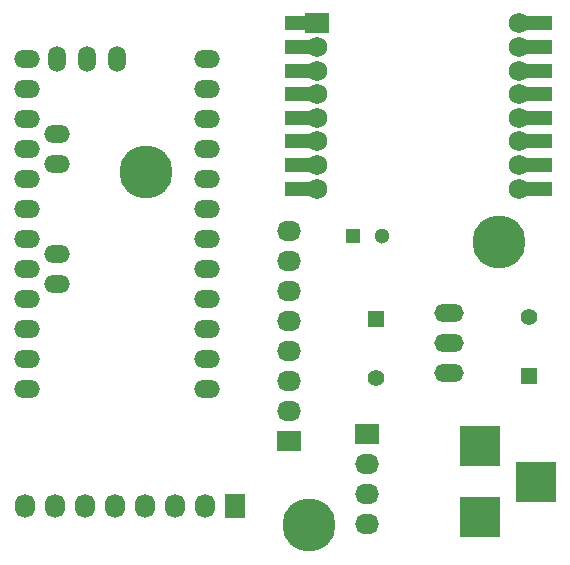
<source format=gts>
G04 #@! TF.FileFunction,Soldermask,Top*
%FSLAX46Y46*%
G04 Gerber Fmt 4.6, Leading zero omitted, Abs format (unit mm)*
G04 Created by KiCad (PCBNEW 4.0.4+e1-6308~48~ubuntu16.04.1-stable) date Wed Nov 16 10:49:13 2016*
%MOMM*%
%LPD*%
G01*
G04 APERTURE LIST*
%ADD10C,0.100000*%
%ADD11R,3.000000X1.200000*%
%ADD12R,2.000000X1.727200*%
%ADD13C,1.727200*%
%ADD14R,1.400000X1.400000*%
%ADD15C,1.400000*%
%ADD16R,1.300000X1.300000*%
%ADD17C,1.300000*%
%ADD18O,2.199640X1.501140*%
%ADD19O,1.501140X2.199640*%
%ADD20R,2.032000X1.727200*%
%ADD21O,2.032000X1.727200*%
%ADD22R,1.727200X2.032000*%
%ADD23O,1.727200X2.032000*%
%ADD24O,2.499360X1.501140*%
%ADD25C,4.500880*%
%ADD26R,3.500120X3.500120*%
G04 APERTURE END LIST*
D10*
D11*
X113700000Y-87500000D03*
X113700000Y-89500000D03*
X113700000Y-91500000D03*
X113700000Y-93500000D03*
X113700000Y-95500000D03*
X113700000Y-97500000D03*
X113700000Y-99500000D03*
X113700000Y-101500000D03*
X133400000Y-101500000D03*
X133400000Y-99500000D03*
X133400000Y-97500000D03*
X133400000Y-95500000D03*
X133400000Y-93500000D03*
X133400000Y-91500000D03*
X133400000Y-89500000D03*
X133400000Y-87500000D03*
D12*
X115000000Y-87500000D03*
D13*
X115000000Y-89500000D03*
X115000000Y-91500000D03*
X115000000Y-93500000D03*
X115000000Y-95500000D03*
X115000000Y-97500000D03*
X115000000Y-99500000D03*
X115000000Y-101500000D03*
X132100000Y-101500000D03*
X132100000Y-99500000D03*
X132100000Y-97500000D03*
X132100000Y-95500000D03*
X132100000Y-93500000D03*
X132100000Y-91500000D03*
X132100000Y-89500000D03*
X132100000Y-87500000D03*
D14*
X132925000Y-117350000D03*
D15*
X132925000Y-112350000D03*
D14*
X120000000Y-112500000D03*
D15*
X120000000Y-117500000D03*
D16*
X118000000Y-105500000D03*
D17*
X120500000Y-105500000D03*
D18*
X92920000Y-99420000D03*
X92920000Y-96880000D03*
X105620000Y-118470000D03*
X105620000Y-115930000D03*
X105620000Y-113390000D03*
X105620000Y-110850000D03*
X105620000Y-108310000D03*
X105620000Y-105770000D03*
X105620000Y-103230000D03*
X105620000Y-100690000D03*
X105620000Y-98150000D03*
X105620000Y-95610000D03*
X105620000Y-93070000D03*
X105620000Y-90530000D03*
X90380000Y-90530000D03*
X90380000Y-93070000D03*
X90380000Y-95610000D03*
X90380000Y-98150000D03*
X90380000Y-100690000D03*
X90380000Y-103230000D03*
X90380000Y-105770000D03*
X90380000Y-108310000D03*
X90380000Y-110850000D03*
X90380000Y-113390000D03*
X90380000Y-115930000D03*
X90380000Y-118470000D03*
X92920000Y-107040000D03*
X92920000Y-109580000D03*
D19*
X92920000Y-90530000D03*
X95460000Y-90530000D03*
X98000000Y-90530000D03*
D20*
X119200000Y-122300000D03*
D21*
X119200000Y-124840000D03*
X119200000Y-127380000D03*
X119200000Y-129920000D03*
D20*
X112600000Y-122900000D03*
D21*
X112600000Y-120360000D03*
X112600000Y-117820000D03*
X112600000Y-115280000D03*
X112600000Y-112740000D03*
X112600000Y-110200000D03*
X112600000Y-107660000D03*
X112600000Y-105120000D03*
D22*
X108000000Y-128400000D03*
D23*
X105460000Y-128400000D03*
X102920000Y-128400000D03*
X100380000Y-128400000D03*
X97840000Y-128400000D03*
X95300000Y-128400000D03*
X92760000Y-128400000D03*
X90220000Y-128400000D03*
D24*
X126175000Y-114550000D03*
X126175000Y-117090000D03*
X126175000Y-112010000D03*
D25*
X114325000Y-129975000D03*
X130375000Y-106000000D03*
X100525000Y-100075000D03*
D26*
X128800000Y-123299860D03*
X128800000Y-129299340D03*
X133499000Y-126299600D03*
M02*

</source>
